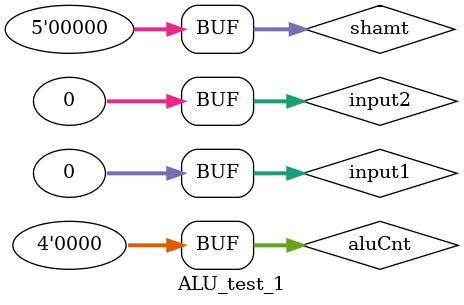
<source format=v>
`timescale 1ns / 1ps

`include "ALU.v"

module ALU_test_1;

	// Inputs
	reg [3:0] aluCnt;
	reg [31:0] input1;
	reg [31:0] input2;
	reg [4:0] shamt;

	// Outputs
	wire [31:0] result;
	wire zero;

	// Instantiate the Unit Under Test (UUT)
	initial begin

		$dumpfile("ALU_test_1.vcd");
		$dumpvars(1, ALU_test_1);
	end

	
	ALU uut (
		.aluCnt(aluCnt), 
		.input1(input1), 
		.input2(input2), 
		.shamt(shamt), 
		.result(result), 
		.zero(zero)
	);
	initial begin


		// Initialize Inputs
		aluCnt = 0;
		input1 = 6;
		input2 = 3;
		shamt = 0;

		#100;
		
				aluCnt = 4'b0001;
		input1 = 10;
		input2 = 4;
		shamt = 0;

		#100;
		
		
				aluCnt = 4'b0011;
		input1 = 4;
		input2 = 12;
		shamt = 2;

		#100;
		
		
				aluCnt = 0;
		input1 = 0;
		input2 = 0;
		shamt = 0;

		#100;



	end
      
endmodule
</source>
